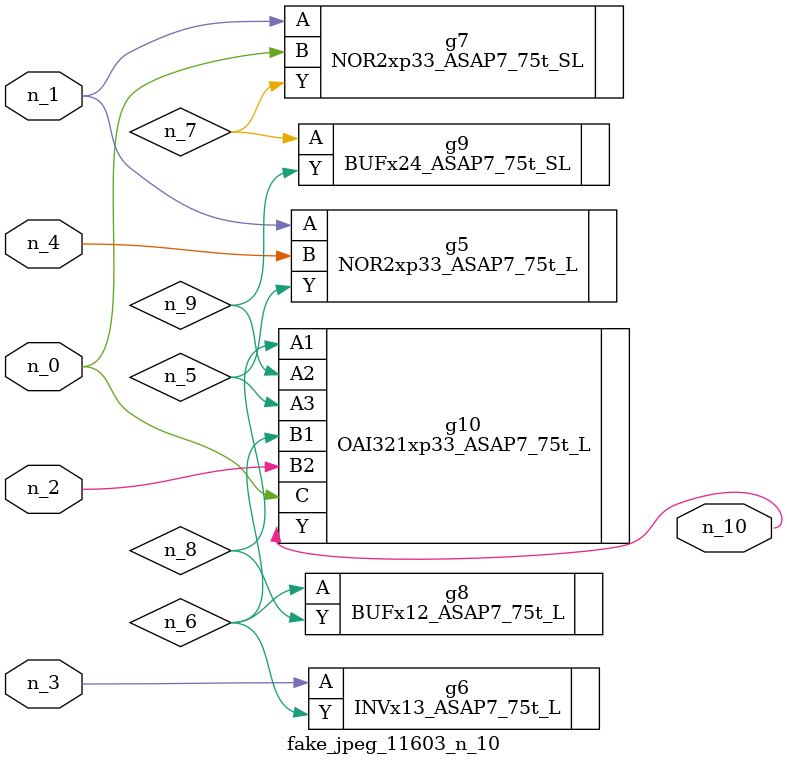
<source format=v>
module fake_jpeg_11603_n_10 (n_3, n_2, n_1, n_0, n_4, n_10);

input n_3;
input n_2;
input n_1;
input n_0;
input n_4;

output n_10;

wire n_8;
wire n_9;
wire n_6;
wire n_5;
wire n_7;

NOR2xp33_ASAP7_75t_L g5 ( 
.A(n_1),
.B(n_4),
.Y(n_5)
);

INVx13_ASAP7_75t_L g6 ( 
.A(n_3),
.Y(n_6)
);

NOR2xp33_ASAP7_75t_SL g7 ( 
.A(n_1),
.B(n_0),
.Y(n_7)
);

BUFx12_ASAP7_75t_L g8 ( 
.A(n_6),
.Y(n_8)
);

OAI321xp33_ASAP7_75t_L g10 ( 
.A1(n_8),
.A2(n_9),
.A3(n_5),
.B1(n_6),
.B2(n_2),
.C(n_0),
.Y(n_10)
);

BUFx24_ASAP7_75t_SL g9 ( 
.A(n_7),
.Y(n_9)
);


endmodule
</source>
